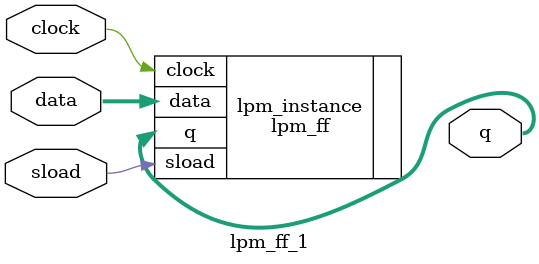
<source format=v>



module lpm_ff_1(clock,sload,data,q);
input clock;
input sload;
input [15:0] data;
output [15:0] q;

lpm_ff	lpm_instance(.clock(clock),.sload(sload),.data(data),.q(q));
	defparam	lpm_instance.LPM_FFTYPE = "DFF";
	defparam	lpm_instance.LPM_WIDTH = 16;

endmodule

</source>
